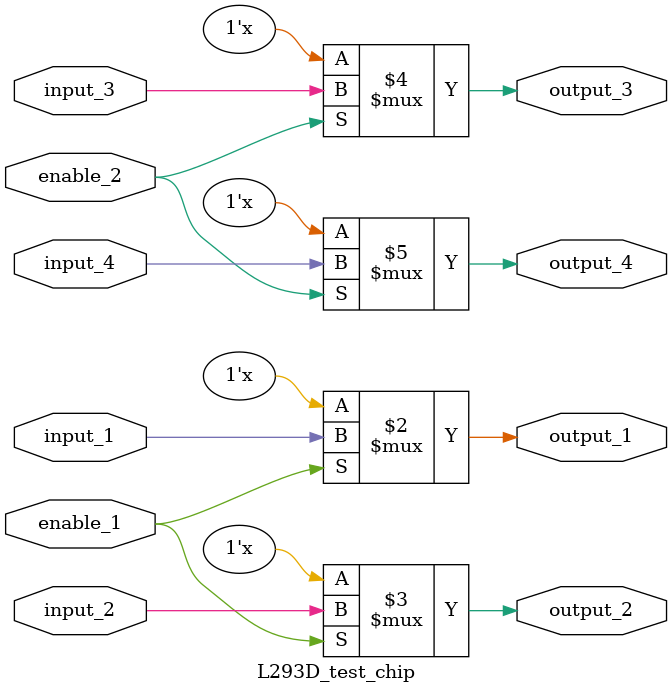
<source format=sv>


// Delay will have scale of 1ns per #n listed (resolution 100ps)
`timescale 1ns/100ps

module L293D_test_chip (
	input	logic		enable_1,	// pin 1 	- 	enable for inputs 1 and 2
						input_1,		// pin 2 	- 	input 1 (forward for motor 1)
						input_2,		// pin 7 	- 	input 2 (backward for motor 1)
						
						enable_2,	// pin 9		- 	enable for inputs 3 and 4
						input_3,		// pin 10	- 	input 3 (forward for motor 2)
						input_4,		// pin 15	- 	input 4 (backward for motor 2)
					
	output logic	output_1,	// pin 3		- 	output 1 (forward for motor 1)
						output_2,	// pin 6		- 	output 2 (backward for motor 2)
						
						output_3,	// pin 11	- 	output 3 (forward for motor 3)
						output_4	// pin 14	-	output 4 (backward for motor 4)
	);
	
	always_comb begin
		
		output_1 <= (enable_1) ? (input_1) : (1'bz);
		output_2 <= (enable_1) ? (input_2) : (1'bz);
	
		output_3 <= (enable_2) ? (input_3) : (1'bz);
		output_4 <= (enable_2) ? (input_4) : (1'bz);
	end
	
endmodule
</source>
